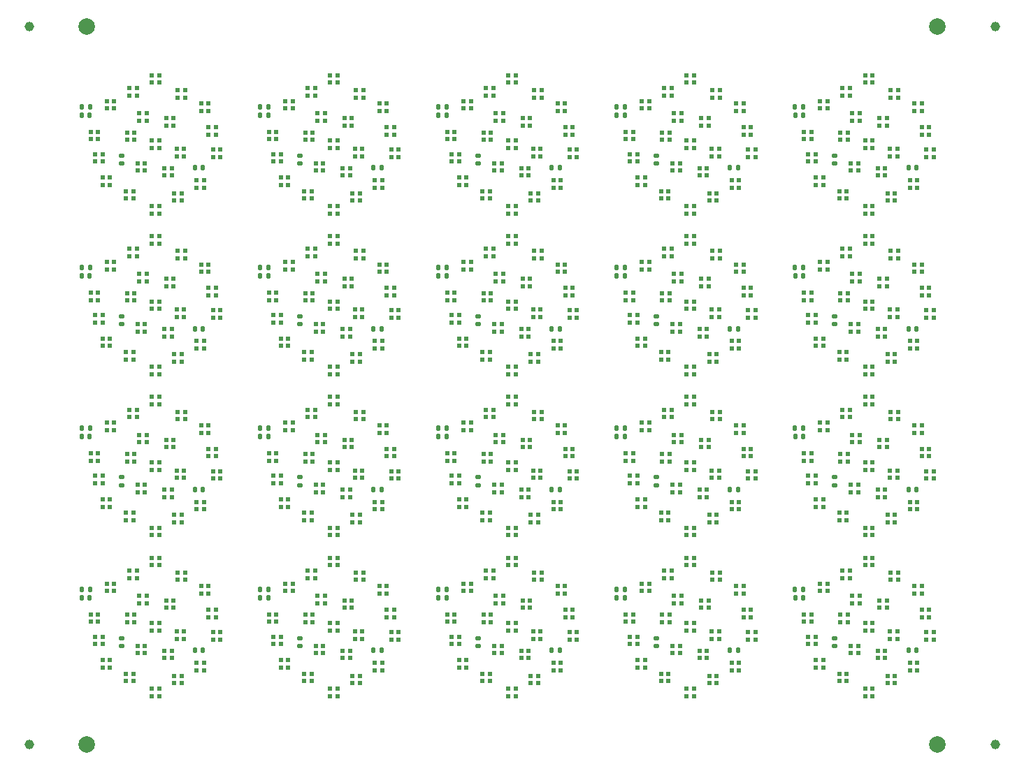
<source format=gbr>
%TF.GenerationSoftware,KiCad,Pcbnew,8.0.4*%
%TF.CreationDate,2024-10-17T13:25:31+11:00*%
%TF.ProjectId,panel,70616e65-6c2e-46b6-9963-61645f706362,rev?*%
%TF.SameCoordinates,Original*%
%TF.FileFunction,Soldermask,Top*%
%TF.FilePolarity,Negative*%
%FSLAX46Y46*%
G04 Gerber Fmt 4.6, Leading zero omitted, Abs format (unit mm)*
G04 Created by KiCad (PCBNEW 8.0.4) date 2024-10-17 13:25:31*
%MOMM*%
%LPD*%
G01*
G04 APERTURE LIST*
G04 Aperture macros list*
%AMRoundRect*
0 Rectangle with rounded corners*
0 $1 Rounding radius*
0 $2 $3 $4 $5 $6 $7 $8 $9 X,Y pos of 4 corners*
0 Add a 4 corners polygon primitive as box body*
4,1,4,$2,$3,$4,$5,$6,$7,$8,$9,$2,$3,0*
0 Add four circle primitives for the rounded corners*
1,1,$1+$1,$2,$3*
1,1,$1+$1,$4,$5*
1,1,$1+$1,$6,$7*
1,1,$1+$1,$8,$9*
0 Add four rect primitives between the rounded corners*
20,1,$1+$1,$2,$3,$4,$5,0*
20,1,$1+$1,$4,$5,$6,$7,0*
20,1,$1+$1,$6,$7,$8,$9,0*
20,1,$1+$1,$8,$9,$2,$3,0*%
G04 Aperture macros list end*
%ADD10RoundRect,0.140000X-0.140000X-0.170000X0.140000X-0.170000X0.140000X0.170000X-0.140000X0.170000X0*%
%ADD11R,0.500000X0.500000*%
%ADD12RoundRect,0.140000X0.170000X-0.140000X0.170000X0.140000X-0.170000X0.140000X-0.170000X-0.140000X0*%
%ADD13RoundRect,0.135000X0.135000X0.185000X-0.135000X0.185000X-0.135000X-0.185000X0.135000X-0.185000X0*%
%ADD14C,2.000000*%
%ADD15C,1.152000*%
G04 APERTURE END LIST*
D10*
%TO.C,C1*%
X95280000Y-52194000D03*
X96240000Y-52194000D03*
%TD*%
%TO.C,C2*%
X87396000Y-39102000D03*
X88356000Y-39102000D03*
%TD*%
D11*
%TO.C,D20*%
X18888928Y-40030127D03*
X19788928Y-40030127D03*
X19788928Y-39130127D03*
X18888928Y-39130127D03*
%TD*%
%TO.C,D4*%
X106875000Y-29665653D03*
X106875000Y-30565653D03*
X107775000Y-30565653D03*
X107775000Y-29665653D03*
%TD*%
%TO.C,D4*%
X85275000Y-68665653D03*
X85275000Y-69565653D03*
X86175000Y-69565653D03*
X86175000Y-68665653D03*
%TD*%
%TO.C,D21*%
X20356527Y-57200000D03*
X21256527Y-57200000D03*
X21256527Y-56300000D03*
X20356527Y-56300000D03*
%TD*%
%TO.C,D16*%
X102211072Y-33369873D03*
X103111072Y-33369873D03*
X103111072Y-32469873D03*
X102211072Y-32469873D03*
%TD*%
%TO.C,D16*%
X59011072Y-72369873D03*
X59911072Y-72369873D03*
X59911072Y-71469873D03*
X59011072Y-71469873D03*
%TD*%
%TO.C,D18*%
X103750000Y-55300000D03*
X103750000Y-56200000D03*
X104650000Y-56200000D03*
X104650000Y-55300000D03*
%TD*%
%TO.C,D5*%
X44918750Y-70307493D03*
X44918750Y-71207493D03*
X45818750Y-71207493D03*
X45818750Y-70307493D03*
%TD*%
%TO.C,D12*%
X77081250Y-41192507D03*
X77081250Y-40292507D03*
X76181250Y-40292507D03*
X76181250Y-41192507D03*
%TD*%
%TO.C,D17*%
X83880536Y-13552405D03*
X83880536Y-14452405D03*
X84780536Y-14452405D03*
X84780536Y-13552405D03*
%TD*%
%TO.C,D2*%
X101031250Y-29431105D03*
X101031250Y-30331105D03*
X101931250Y-30331105D03*
X101931250Y-29431105D03*
%TD*%
%TO.C,D19*%
X102019464Y-58047595D03*
X102019464Y-58947595D03*
X102919464Y-58947595D03*
X102919464Y-58047595D03*
%TD*%
%TO.C,D8*%
X45287500Y-21999224D03*
X45287500Y-21099224D03*
X44387500Y-21099224D03*
X44387500Y-21999224D03*
%TD*%
%TO.C,D6*%
X24225000Y-53669726D03*
X24225000Y-54569726D03*
X25125000Y-54569726D03*
X25125000Y-53669726D03*
%TD*%
D10*
%TO.C,C2*%
X22596000Y-58602000D03*
X23556000Y-58602000D03*
%TD*%
%TO.C,C2*%
X65796000Y-78102000D03*
X66756000Y-78102000D03*
%TD*%
D11*
%TO.C,D10*%
X18250000Y-83638566D03*
X18250000Y-82738566D03*
X17350000Y-82738566D03*
X17350000Y-83638566D03*
%TD*%
%TO.C,D8*%
X110087500Y-60999224D03*
X110087500Y-60099224D03*
X109187500Y-60099224D03*
X109187500Y-60999224D03*
%TD*%
D12*
%TO.C,C3*%
X13678000Y-77566000D03*
X13678000Y-76606000D03*
%TD*%
D11*
%TO.C,D6*%
X67425000Y-73169726D03*
X67425000Y-74069726D03*
X68325000Y-74069726D03*
X68325000Y-73169726D03*
%TD*%
%TO.C,D3*%
X82150000Y-66861434D03*
X82150000Y-67761434D03*
X83050000Y-67761434D03*
X83050000Y-66861434D03*
%TD*%
%TO.C,D3*%
X103750000Y-8361434D03*
X103750000Y-9261434D03*
X104650000Y-9261434D03*
X104650000Y-8361434D03*
%TD*%
%TO.C,D17*%
X19080536Y-52552405D03*
X19080536Y-53452405D03*
X19980536Y-53452405D03*
X19980536Y-52552405D03*
%TD*%
%TO.C,D5*%
X88118750Y-31307493D03*
X88118750Y-32207493D03*
X89018750Y-32207493D03*
X89018750Y-31307493D03*
%TD*%
%TO.C,D3*%
X17350000Y-8361434D03*
X17350000Y-9261434D03*
X18250000Y-9261434D03*
X18250000Y-8361434D03*
%TD*%
%TO.C,D7*%
X24756250Y-75869578D03*
X24756250Y-76769578D03*
X25656250Y-76769578D03*
X25656250Y-75869578D03*
%TD*%
%TO.C,D19*%
X80419464Y-38547595D03*
X80419464Y-39447595D03*
X81319464Y-39447595D03*
X81319464Y-38547595D03*
%TD*%
%TO.C,D18*%
X82150000Y-35800000D03*
X82150000Y-36700000D03*
X83050000Y-36700000D03*
X83050000Y-35800000D03*
%TD*%
%TO.C,D7*%
X24756250Y-56369578D03*
X24756250Y-57269578D03*
X25656250Y-57269578D03*
X25656250Y-56369578D03*
%TD*%
%TO.C,D19*%
X37219464Y-38547595D03*
X37219464Y-39447595D03*
X38119464Y-39447595D03*
X38119464Y-38547595D03*
%TD*%
%TO.C,D8*%
X66887500Y-80499224D03*
X66887500Y-79599224D03*
X65987500Y-79599224D03*
X65987500Y-80499224D03*
%TD*%
D13*
%TO.C,R1*%
X9870000Y-70678000D03*
X8850000Y-70678000D03*
%TD*%
D11*
%TO.C,D10*%
X83050000Y-25138566D03*
X83050000Y-24238566D03*
X82150000Y-24238566D03*
X82150000Y-25138566D03*
%TD*%
%TO.C,D17*%
X19080536Y-13552405D03*
X19080536Y-14452405D03*
X19980536Y-14452405D03*
X19980536Y-13552405D03*
%TD*%
%TO.C,D9*%
X107368750Y-82068895D03*
X107368750Y-81168895D03*
X106468750Y-81168895D03*
X106468750Y-82068895D03*
%TD*%
%TO.C,D17*%
X105480536Y-13552405D03*
X105480536Y-14452405D03*
X106380536Y-14452405D03*
X106380536Y-13552405D03*
%TD*%
%TO.C,D10*%
X83050000Y-64138566D03*
X83050000Y-63238566D03*
X82150000Y-63238566D03*
X82150000Y-64138566D03*
%TD*%
%TO.C,D21*%
X106756527Y-57200000D03*
X107656527Y-57200000D03*
X107656527Y-56300000D03*
X106756527Y-56300000D03*
%TD*%
D13*
%TO.C,R1*%
X31470000Y-70678000D03*
X30450000Y-70678000D03*
%TD*%
D11*
%TO.C,D14*%
X10843750Y-55130422D03*
X10843750Y-54230422D03*
X9943750Y-54230422D03*
X9943750Y-55130422D03*
%TD*%
D10*
%TO.C,C1*%
X30480000Y-32694000D03*
X31440000Y-32694000D03*
%TD*%
D11*
%TO.C,D5*%
X88118750Y-50807493D03*
X88118750Y-51707493D03*
X89018750Y-51707493D03*
X89018750Y-50807493D03*
%TD*%
%TO.C,D4*%
X63675000Y-29665653D03*
X63675000Y-30565653D03*
X64575000Y-30565653D03*
X64575000Y-29665653D03*
%TD*%
%TO.C,D1*%
X33512500Y-31000776D03*
X33512500Y-31900776D03*
X34412500Y-31900776D03*
X34412500Y-31000776D03*
%TD*%
%TO.C,D12*%
X33881250Y-41192507D03*
X33881250Y-40292507D03*
X32981250Y-40292507D03*
X32981250Y-41192507D03*
%TD*%
%TO.C,D8*%
X66887500Y-21999224D03*
X66887500Y-21099224D03*
X65987500Y-21099224D03*
X65987500Y-21999224D03*
%TD*%
%TO.C,D16*%
X15811072Y-33369873D03*
X16711072Y-33369873D03*
X16711072Y-32469873D03*
X15811072Y-32469873D03*
%TD*%
D10*
%TO.C,C2*%
X108996000Y-78102000D03*
X109956000Y-78102000D03*
%TD*%
D11*
%TO.C,D11*%
X79925000Y-81834347D03*
X79925000Y-80934347D03*
X79025000Y-80934347D03*
X79025000Y-81834347D03*
%TD*%
%TO.C,D11*%
X101525000Y-81834347D03*
X101525000Y-80934347D03*
X100625000Y-80934347D03*
X100625000Y-81834347D03*
%TD*%
D10*
%TO.C,C2*%
X44196000Y-58602000D03*
X45156000Y-58602000D03*
%TD*%
D11*
%TO.C,D20*%
X105288928Y-40030127D03*
X106188928Y-40030127D03*
X106188928Y-39130127D03*
X105288928Y-39130127D03*
%TD*%
%TO.C,D5*%
X109718750Y-70307493D03*
X109718750Y-71207493D03*
X110618750Y-71207493D03*
X110618750Y-70307493D03*
%TD*%
D13*
%TO.C,R1*%
X31470000Y-31678000D03*
X30450000Y-31678000D03*
%TD*%
D11*
%TO.C,D9*%
X20968750Y-43068895D03*
X20968750Y-42168895D03*
X20068750Y-42168895D03*
X20068750Y-43068895D03*
%TD*%
%TO.C,D14*%
X32443750Y-16130422D03*
X32443750Y-15230422D03*
X31543750Y-15230422D03*
X31543750Y-16130422D03*
%TD*%
%TO.C,D15*%
X14343473Y-35700000D03*
X15243473Y-35700000D03*
X15243473Y-34800000D03*
X14343473Y-34800000D03*
%TD*%
%TO.C,D20*%
X62088928Y-20530127D03*
X62988928Y-20530127D03*
X62988928Y-19630127D03*
X62088928Y-19630127D03*
%TD*%
%TO.C,D2*%
X14631250Y-9931105D03*
X14631250Y-10831105D03*
X15531250Y-10831105D03*
X15531250Y-9931105D03*
%TD*%
%TO.C,D13*%
X11375000Y-77330274D03*
X11375000Y-76430274D03*
X10475000Y-76430274D03*
X10475000Y-77330274D03*
%TD*%
%TO.C,D2*%
X79431250Y-29431105D03*
X79431250Y-30331105D03*
X80331250Y-30331105D03*
X80331250Y-29431105D03*
%TD*%
%TO.C,D3*%
X82150000Y-47361434D03*
X82150000Y-48261434D03*
X83050000Y-48261434D03*
X83050000Y-47361434D03*
%TD*%
%TO.C,D12*%
X98681250Y-21692507D03*
X98681250Y-20792507D03*
X97781250Y-20792507D03*
X97781250Y-21692507D03*
%TD*%
%TO.C,D6*%
X24225000Y-34169726D03*
X24225000Y-35069726D03*
X25125000Y-35069726D03*
X25125000Y-34169726D03*
%TD*%
%TO.C,D16*%
X102211072Y-13869873D03*
X103111072Y-13869873D03*
X103111072Y-12969873D03*
X102211072Y-12969873D03*
%TD*%
%TO.C,D15*%
X35943473Y-16200000D03*
X36843473Y-16200000D03*
X36843473Y-15300000D03*
X35943473Y-15300000D03*
%TD*%
%TO.C,D5*%
X23318750Y-31307493D03*
X23318750Y-32207493D03*
X24218750Y-32207493D03*
X24218750Y-31307493D03*
%TD*%
%TO.C,D7*%
X111156250Y-56369578D03*
X111156250Y-57269578D03*
X112056250Y-57269578D03*
X112056250Y-56369578D03*
%TD*%
%TO.C,D13*%
X11375000Y-57830274D03*
X11375000Y-56930274D03*
X10475000Y-56930274D03*
X10475000Y-57830274D03*
%TD*%
%TO.C,D11*%
X101525000Y-62334347D03*
X101525000Y-61434347D03*
X100625000Y-61434347D03*
X100625000Y-62334347D03*
%TD*%
%TO.C,D13*%
X11375000Y-38330274D03*
X11375000Y-37430274D03*
X10475000Y-37430274D03*
X10475000Y-38330274D03*
%TD*%
%TO.C,D7*%
X46356250Y-56369578D03*
X46356250Y-57269578D03*
X47256250Y-57269578D03*
X47256250Y-56369578D03*
%TD*%
%TO.C,D4*%
X106875000Y-68665653D03*
X106875000Y-69565653D03*
X107775000Y-69565653D03*
X107775000Y-68665653D03*
%TD*%
%TO.C,D8*%
X88487500Y-41499224D03*
X88487500Y-40599224D03*
X87587500Y-40599224D03*
X87587500Y-41499224D03*
%TD*%
%TO.C,D21*%
X106756527Y-18200000D03*
X107656527Y-18200000D03*
X107656527Y-17300000D03*
X106756527Y-17300000D03*
%TD*%
%TO.C,D18*%
X103750000Y-35800000D03*
X103750000Y-36700000D03*
X104650000Y-36700000D03*
X104650000Y-35800000D03*
%TD*%
%TO.C,D15*%
X57543473Y-74700000D03*
X58443473Y-74700000D03*
X58443473Y-73800000D03*
X57543473Y-73800000D03*
%TD*%
%TO.C,D9*%
X20968750Y-62568895D03*
X20968750Y-61668895D03*
X20068750Y-61668895D03*
X20068750Y-62568895D03*
%TD*%
%TO.C,D7*%
X67956250Y-17369578D03*
X67956250Y-18269578D03*
X68856250Y-18269578D03*
X68856250Y-17369578D03*
%TD*%
D14*
%TO.C,KiKit_FID_T_1*%
X9500000Y-2500000D03*
%TD*%
D11*
%TO.C,D21*%
X63556527Y-57200000D03*
X64456527Y-57200000D03*
X64456527Y-56300000D03*
X63556527Y-56300000D03*
%TD*%
%TO.C,D18*%
X38950000Y-16300000D03*
X38950000Y-17200000D03*
X39850000Y-17200000D03*
X39850000Y-16300000D03*
%TD*%
%TO.C,D21*%
X20356527Y-18200000D03*
X21256527Y-18200000D03*
X21256527Y-17300000D03*
X20356527Y-17300000D03*
%TD*%
%TO.C,D6*%
X67425000Y-34169726D03*
X67425000Y-35069726D03*
X68325000Y-35069726D03*
X68325000Y-34169726D03*
%TD*%
%TO.C,D19*%
X58819464Y-19047595D03*
X58819464Y-19947595D03*
X59719464Y-19947595D03*
X59719464Y-19047595D03*
%TD*%
%TO.C,D3*%
X60550000Y-27861434D03*
X60550000Y-28761434D03*
X61450000Y-28761434D03*
X61450000Y-27861434D03*
%TD*%
%TO.C,D14*%
X97243750Y-55130422D03*
X97243750Y-54230422D03*
X96343750Y-54230422D03*
X96343750Y-55130422D03*
%TD*%
%TO.C,D2*%
X79431250Y-9931105D03*
X79431250Y-10831105D03*
X80331250Y-10831105D03*
X80331250Y-9931105D03*
%TD*%
%TO.C,D1*%
X98312500Y-31000776D03*
X98312500Y-31900776D03*
X99212500Y-31900776D03*
X99212500Y-31000776D03*
%TD*%
%TO.C,D16*%
X15811072Y-52869873D03*
X16711072Y-52869873D03*
X16711072Y-51969873D03*
X15811072Y-51969873D03*
%TD*%
%TO.C,D5*%
X109718750Y-31307493D03*
X109718750Y-32207493D03*
X110618750Y-32207493D03*
X110618750Y-31307493D03*
%TD*%
%TO.C,D16*%
X37411072Y-52869873D03*
X38311072Y-52869873D03*
X38311072Y-51969873D03*
X37411072Y-51969873D03*
%TD*%
%TO.C,D8*%
X110087500Y-41499224D03*
X110087500Y-40599224D03*
X109187500Y-40599224D03*
X109187500Y-41499224D03*
%TD*%
%TO.C,D17*%
X19080536Y-33052405D03*
X19080536Y-33952405D03*
X19980536Y-33952405D03*
X19980536Y-33052405D03*
%TD*%
%TO.C,D1*%
X55112500Y-70000776D03*
X55112500Y-70900776D03*
X56012500Y-70900776D03*
X56012500Y-70000776D03*
%TD*%
%TO.C,D19*%
X102019464Y-19047595D03*
X102019464Y-19947595D03*
X102919464Y-19947595D03*
X102919464Y-19047595D03*
%TD*%
D12*
%TO.C,C3*%
X100078000Y-58066000D03*
X100078000Y-57106000D03*
%TD*%
D11*
%TO.C,D1*%
X76712500Y-50500776D03*
X76712500Y-51400776D03*
X77612500Y-51400776D03*
X77612500Y-50500776D03*
%TD*%
%TO.C,D16*%
X15811072Y-13869873D03*
X16711072Y-13869873D03*
X16711072Y-12969873D03*
X15811072Y-12969873D03*
%TD*%
D10*
%TO.C,C2*%
X108996000Y-19602000D03*
X109956000Y-19602000D03*
%TD*%
D11*
%TO.C,D9*%
X20968750Y-23568895D03*
X20968750Y-22668895D03*
X20068750Y-22668895D03*
X20068750Y-23568895D03*
%TD*%
D10*
%TO.C,C1*%
X95280000Y-13194000D03*
X96240000Y-13194000D03*
%TD*%
D11*
%TO.C,D11*%
X58325000Y-42834347D03*
X58325000Y-41934347D03*
X57425000Y-41934347D03*
X57425000Y-42834347D03*
%TD*%
%TO.C,D21*%
X20356527Y-37700000D03*
X21256527Y-37700000D03*
X21256527Y-36800000D03*
X20356527Y-36800000D03*
%TD*%
%TO.C,D11*%
X36725000Y-23334347D03*
X36725000Y-22434347D03*
X35825000Y-22434347D03*
X35825000Y-23334347D03*
%TD*%
%TO.C,D6*%
X110625000Y-34169726D03*
X110625000Y-35069726D03*
X111525000Y-35069726D03*
X111525000Y-34169726D03*
%TD*%
%TO.C,D6*%
X67425000Y-53669726D03*
X67425000Y-54569726D03*
X68325000Y-54569726D03*
X68325000Y-53669726D03*
%TD*%
%TO.C,D3*%
X103750000Y-27861434D03*
X103750000Y-28761434D03*
X104650000Y-28761434D03*
X104650000Y-27861434D03*
%TD*%
D12*
%TO.C,C3*%
X78478000Y-38566000D03*
X78478000Y-37606000D03*
%TD*%
D11*
%TO.C,D20*%
X62088928Y-79030127D03*
X62988928Y-79030127D03*
X62988928Y-78130127D03*
X62088928Y-78130127D03*
%TD*%
%TO.C,D17*%
X62280536Y-72052405D03*
X62280536Y-72952405D03*
X63180536Y-72952405D03*
X63180536Y-72052405D03*
%TD*%
%TO.C,D17*%
X62280536Y-33052405D03*
X62280536Y-33952405D03*
X63180536Y-33952405D03*
X63180536Y-33052405D03*
%TD*%
%TO.C,D12*%
X12281250Y-41192507D03*
X12281250Y-40292507D03*
X11381250Y-40292507D03*
X11381250Y-41192507D03*
%TD*%
D10*
%TO.C,C2*%
X44196000Y-39102000D03*
X45156000Y-39102000D03*
%TD*%
D11*
%TO.C,D19*%
X37219464Y-58047595D03*
X37219464Y-58947595D03*
X38119464Y-58947595D03*
X38119464Y-58047595D03*
%TD*%
D10*
%TO.C,C2*%
X108996000Y-58602000D03*
X109956000Y-58602000D03*
%TD*%
D11*
%TO.C,D21*%
X85156527Y-18200000D03*
X86056527Y-18200000D03*
X86056527Y-17300000D03*
X85156527Y-17300000D03*
%TD*%
%TO.C,D5*%
X88118750Y-70307493D03*
X88118750Y-71207493D03*
X89018750Y-71207493D03*
X89018750Y-70307493D03*
%TD*%
%TO.C,D20*%
X62088928Y-59530127D03*
X62988928Y-59530127D03*
X62988928Y-58630127D03*
X62088928Y-58630127D03*
%TD*%
%TO.C,D4*%
X85275000Y-10165653D03*
X85275000Y-11065653D03*
X86175000Y-11065653D03*
X86175000Y-10165653D03*
%TD*%
D13*
%TO.C,R1*%
X96270000Y-51178000D03*
X95250000Y-51178000D03*
%TD*%
D11*
%TO.C,D16*%
X80611072Y-13869873D03*
X81511072Y-13869873D03*
X81511072Y-12969873D03*
X80611072Y-12969873D03*
%TD*%
%TO.C,D3*%
X60550000Y-8361434D03*
X60550000Y-9261434D03*
X61450000Y-9261434D03*
X61450000Y-8361434D03*
%TD*%
%TO.C,D5*%
X66518750Y-11807493D03*
X66518750Y-12707493D03*
X67418750Y-12707493D03*
X67418750Y-11807493D03*
%TD*%
%TO.C,D17*%
X83880536Y-52552405D03*
X83880536Y-53452405D03*
X84780536Y-53452405D03*
X84780536Y-52552405D03*
%TD*%
%TO.C,D8*%
X88487500Y-60999224D03*
X88487500Y-60099224D03*
X87587500Y-60099224D03*
X87587500Y-60999224D03*
%TD*%
%TO.C,D15*%
X79143473Y-55200000D03*
X80043473Y-55200000D03*
X80043473Y-54300000D03*
X79143473Y-54300000D03*
%TD*%
%TO.C,D10*%
X39850000Y-25138566D03*
X39850000Y-24238566D03*
X38950000Y-24238566D03*
X38950000Y-25138566D03*
%TD*%
%TO.C,D5*%
X23318750Y-50807493D03*
X23318750Y-51707493D03*
X24218750Y-51707493D03*
X24218750Y-50807493D03*
%TD*%
D12*
%TO.C,C3*%
X100078000Y-38566000D03*
X100078000Y-37606000D03*
%TD*%
D11*
%TO.C,D8*%
X88487500Y-21999224D03*
X88487500Y-21099224D03*
X87587500Y-21099224D03*
X87587500Y-21999224D03*
%TD*%
%TO.C,D8*%
X88487500Y-80499224D03*
X88487500Y-79599224D03*
X87587500Y-79599224D03*
X87587500Y-80499224D03*
%TD*%
%TO.C,D15*%
X14343473Y-16200000D03*
X15243473Y-16200000D03*
X15243473Y-15300000D03*
X14343473Y-15300000D03*
%TD*%
D10*
%TO.C,C1*%
X52080000Y-71694000D03*
X53040000Y-71694000D03*
%TD*%
D11*
%TO.C,D20*%
X83688928Y-20530127D03*
X84588928Y-20530127D03*
X84588928Y-19630127D03*
X83688928Y-19630127D03*
%TD*%
D12*
%TO.C,C3*%
X35278000Y-19066000D03*
X35278000Y-18106000D03*
%TD*%
D11*
%TO.C,D21*%
X63556527Y-37700000D03*
X64456527Y-37700000D03*
X64456527Y-36800000D03*
X63556527Y-36800000D03*
%TD*%
D10*
%TO.C,C2*%
X87396000Y-58602000D03*
X88356000Y-58602000D03*
%TD*%
D11*
%TO.C,D15*%
X100743473Y-16200000D03*
X101643473Y-16200000D03*
X101643473Y-15300000D03*
X100743473Y-15300000D03*
%TD*%
D15*
%TO.C,KiKit_TO_4*%
X119500000Y-89500000D03*
%TD*%
D11*
%TO.C,D7*%
X111156250Y-36869578D03*
X111156250Y-37769578D03*
X112056250Y-37769578D03*
X112056250Y-36869578D03*
%TD*%
%TO.C,D1*%
X33512500Y-70000776D03*
X33512500Y-70900776D03*
X34412500Y-70900776D03*
X34412500Y-70000776D03*
%TD*%
%TO.C,D18*%
X17350000Y-74800000D03*
X17350000Y-75700000D03*
X18250000Y-75700000D03*
X18250000Y-74800000D03*
%TD*%
%TO.C,D9*%
X64168750Y-62568895D03*
X64168750Y-61668895D03*
X63268750Y-61668895D03*
X63268750Y-62568895D03*
%TD*%
%TO.C,D9*%
X107368750Y-23568895D03*
X107368750Y-22668895D03*
X106468750Y-22668895D03*
X106468750Y-23568895D03*
%TD*%
%TO.C,D6*%
X45825000Y-34169726D03*
X45825000Y-35069726D03*
X46725000Y-35069726D03*
X46725000Y-34169726D03*
%TD*%
%TO.C,D9*%
X85768750Y-23568895D03*
X85768750Y-22668895D03*
X84868750Y-22668895D03*
X84868750Y-23568895D03*
%TD*%
%TO.C,D12*%
X77081250Y-60692507D03*
X77081250Y-59792507D03*
X76181250Y-59792507D03*
X76181250Y-60692507D03*
%TD*%
%TO.C,D19*%
X37219464Y-19047595D03*
X37219464Y-19947595D03*
X38119464Y-19947595D03*
X38119464Y-19047595D03*
%TD*%
%TO.C,D20*%
X40488928Y-20530127D03*
X41388928Y-20530127D03*
X41388928Y-19630127D03*
X40488928Y-19630127D03*
%TD*%
D13*
%TO.C,R1*%
X53070000Y-31678000D03*
X52050000Y-31678000D03*
%TD*%
D11*
%TO.C,D15*%
X35943473Y-55200000D03*
X36843473Y-55200000D03*
X36843473Y-54300000D03*
X35943473Y-54300000D03*
%TD*%
%TO.C,D1*%
X98312500Y-11500776D03*
X98312500Y-12400776D03*
X99212500Y-12400776D03*
X99212500Y-11500776D03*
%TD*%
%TO.C,D6*%
X89025000Y-53669726D03*
X89025000Y-54569726D03*
X89925000Y-54569726D03*
X89925000Y-53669726D03*
%TD*%
%TO.C,D14*%
X54043750Y-16130422D03*
X54043750Y-15230422D03*
X53143750Y-15230422D03*
X53143750Y-16130422D03*
%TD*%
%TO.C,D9*%
X107368750Y-43068895D03*
X107368750Y-42168895D03*
X106468750Y-42168895D03*
X106468750Y-43068895D03*
%TD*%
%TO.C,D10*%
X83050000Y-44638566D03*
X83050000Y-43738566D03*
X82150000Y-43738566D03*
X82150000Y-44638566D03*
%TD*%
%TO.C,D21*%
X63556527Y-76700000D03*
X64456527Y-76700000D03*
X64456527Y-75800000D03*
X63556527Y-75800000D03*
%TD*%
%TO.C,D1*%
X76712500Y-31000776D03*
X76712500Y-31900776D03*
X77612500Y-31900776D03*
X77612500Y-31000776D03*
%TD*%
%TO.C,D5*%
X66518750Y-50807493D03*
X66518750Y-51707493D03*
X67418750Y-51707493D03*
X67418750Y-50807493D03*
%TD*%
%TO.C,D5*%
X66518750Y-31307493D03*
X66518750Y-32207493D03*
X67418750Y-32207493D03*
X67418750Y-31307493D03*
%TD*%
%TO.C,D8*%
X23687500Y-80499224D03*
X23687500Y-79599224D03*
X22787500Y-79599224D03*
X22787500Y-80499224D03*
%TD*%
%TO.C,D1*%
X11912500Y-50500776D03*
X11912500Y-51400776D03*
X12812500Y-51400776D03*
X12812500Y-50500776D03*
%TD*%
D10*
%TO.C,C1*%
X8880000Y-32694000D03*
X9840000Y-32694000D03*
%TD*%
D11*
%TO.C,D18*%
X38950000Y-35800000D03*
X38950000Y-36700000D03*
X39850000Y-36700000D03*
X39850000Y-35800000D03*
%TD*%
%TO.C,D17*%
X105480536Y-52552405D03*
X105480536Y-53452405D03*
X106380536Y-53452405D03*
X106380536Y-52552405D03*
%TD*%
%TO.C,D14*%
X97243750Y-35630422D03*
X97243750Y-34730422D03*
X96343750Y-34730422D03*
X96343750Y-35630422D03*
%TD*%
%TO.C,D10*%
X39850000Y-44638566D03*
X39850000Y-43738566D03*
X38950000Y-43738566D03*
X38950000Y-44638566D03*
%TD*%
%TO.C,D6*%
X67425000Y-14669726D03*
X67425000Y-15569726D03*
X68325000Y-15569726D03*
X68325000Y-14669726D03*
%TD*%
%TO.C,D10*%
X104650000Y-64138566D03*
X104650000Y-63238566D03*
X103750000Y-63238566D03*
X103750000Y-64138566D03*
%TD*%
D10*
%TO.C,C1*%
X73680000Y-52194000D03*
X74640000Y-52194000D03*
%TD*%
D11*
%TO.C,D14*%
X32443750Y-74630422D03*
X32443750Y-73730422D03*
X31543750Y-73730422D03*
X31543750Y-74630422D03*
%TD*%
%TO.C,D16*%
X80611072Y-52869873D03*
X81511072Y-52869873D03*
X81511072Y-51969873D03*
X80611072Y-51969873D03*
%TD*%
%TO.C,D21*%
X41956527Y-76700000D03*
X42856527Y-76700000D03*
X42856527Y-75800000D03*
X41956527Y-75800000D03*
%TD*%
%TO.C,D19*%
X80419464Y-58047595D03*
X80419464Y-58947595D03*
X81319464Y-58947595D03*
X81319464Y-58047595D03*
%TD*%
%TO.C,D18*%
X82150000Y-55300000D03*
X82150000Y-56200000D03*
X83050000Y-56200000D03*
X83050000Y-55300000D03*
%TD*%
D14*
%TO.C,KiKit_FID_T_4*%
X112500000Y-89500000D03*
%TD*%
D11*
%TO.C,D17*%
X83880536Y-72052405D03*
X83880536Y-72952405D03*
X84780536Y-72952405D03*
X84780536Y-72052405D03*
%TD*%
D13*
%TO.C,R1*%
X96270000Y-31678000D03*
X95250000Y-31678000D03*
%TD*%
D11*
%TO.C,D19*%
X15619464Y-38547595D03*
X15619464Y-39447595D03*
X16519464Y-39447595D03*
X16519464Y-38547595D03*
%TD*%
%TO.C,D14*%
X32443750Y-55130422D03*
X32443750Y-54230422D03*
X31543750Y-54230422D03*
X31543750Y-55130422D03*
%TD*%
%TO.C,D8*%
X23687500Y-60999224D03*
X23687500Y-60099224D03*
X22787500Y-60099224D03*
X22787500Y-60999224D03*
%TD*%
%TO.C,D3*%
X38950000Y-27861434D03*
X38950000Y-28761434D03*
X39850000Y-28761434D03*
X39850000Y-27861434D03*
%TD*%
D10*
%TO.C,C1*%
X52080000Y-13194000D03*
X53040000Y-13194000D03*
%TD*%
D11*
%TO.C,D9*%
X85768750Y-43068895D03*
X85768750Y-42168895D03*
X84868750Y-42168895D03*
X84868750Y-43068895D03*
%TD*%
%TO.C,D13*%
X32975000Y-57830274D03*
X32975000Y-56930274D03*
X32075000Y-56930274D03*
X32075000Y-57830274D03*
%TD*%
D10*
%TO.C,C1*%
X8880000Y-52194000D03*
X9840000Y-52194000D03*
%TD*%
D11*
%TO.C,D17*%
X83880536Y-33052405D03*
X83880536Y-33952405D03*
X84780536Y-33952405D03*
X84780536Y-33052405D03*
%TD*%
%TO.C,D2*%
X14631250Y-48931105D03*
X14631250Y-49831105D03*
X15531250Y-49831105D03*
X15531250Y-48931105D03*
%TD*%
%TO.C,D18*%
X38950000Y-55300000D03*
X38950000Y-56200000D03*
X39850000Y-56200000D03*
X39850000Y-55300000D03*
%TD*%
%TO.C,D12*%
X33881250Y-21692507D03*
X33881250Y-20792507D03*
X32981250Y-20792507D03*
X32981250Y-21692507D03*
%TD*%
D12*
%TO.C,C3*%
X56878000Y-19066000D03*
X56878000Y-18106000D03*
%TD*%
D11*
%TO.C,D19*%
X80419464Y-19047595D03*
X80419464Y-19947595D03*
X81319464Y-19947595D03*
X81319464Y-19047595D03*
%TD*%
%TO.C,D13*%
X11375000Y-18830274D03*
X11375000Y-17930274D03*
X10475000Y-17930274D03*
X10475000Y-18830274D03*
%TD*%
%TO.C,D12*%
X98681250Y-80192507D03*
X98681250Y-79292507D03*
X97781250Y-79292507D03*
X97781250Y-80192507D03*
%TD*%
%TO.C,D14*%
X97243750Y-16130422D03*
X97243750Y-15230422D03*
X96343750Y-15230422D03*
X96343750Y-16130422D03*
%TD*%
%TO.C,D17*%
X62280536Y-52552405D03*
X62280536Y-53452405D03*
X63180536Y-53452405D03*
X63180536Y-52552405D03*
%TD*%
D10*
%TO.C,C2*%
X108996000Y-39102000D03*
X109956000Y-39102000D03*
%TD*%
D11*
%TO.C,D7*%
X46356250Y-36869578D03*
X46356250Y-37769578D03*
X47256250Y-37769578D03*
X47256250Y-36869578D03*
%TD*%
%TO.C,D12*%
X33881250Y-60692507D03*
X33881250Y-59792507D03*
X32981250Y-59792507D03*
X32981250Y-60692507D03*
%TD*%
%TO.C,D3*%
X60550000Y-66861434D03*
X60550000Y-67761434D03*
X61450000Y-67761434D03*
X61450000Y-66861434D03*
%TD*%
%TO.C,D10*%
X39850000Y-64138566D03*
X39850000Y-63238566D03*
X38950000Y-63238566D03*
X38950000Y-64138566D03*
%TD*%
%TO.C,D21*%
X85156527Y-37700000D03*
X86056527Y-37700000D03*
X86056527Y-36800000D03*
X85156527Y-36800000D03*
%TD*%
%TO.C,D13*%
X97775000Y-57830274D03*
X97775000Y-56930274D03*
X96875000Y-56930274D03*
X96875000Y-57830274D03*
%TD*%
%TO.C,D4*%
X106875000Y-49165653D03*
X106875000Y-50065653D03*
X107775000Y-50065653D03*
X107775000Y-49165653D03*
%TD*%
D15*
%TO.C,KiKit_TO_1*%
X2500000Y-2500000D03*
%TD*%
D11*
%TO.C,D18*%
X17350000Y-35800000D03*
X17350000Y-36700000D03*
X18250000Y-36700000D03*
X18250000Y-35800000D03*
%TD*%
%TO.C,D20*%
X40488928Y-79030127D03*
X41388928Y-79030127D03*
X41388928Y-78130127D03*
X40488928Y-78130127D03*
%TD*%
D12*
%TO.C,C3*%
X13678000Y-38566000D03*
X13678000Y-37606000D03*
%TD*%
D11*
%TO.C,D2*%
X79431250Y-68431105D03*
X79431250Y-69331105D03*
X80331250Y-69331105D03*
X80331250Y-68431105D03*
%TD*%
%TO.C,D4*%
X20475000Y-68665653D03*
X20475000Y-69565653D03*
X21375000Y-69565653D03*
X21375000Y-68665653D03*
%TD*%
D14*
%TO.C,KiKit_FID_T_2*%
X112500000Y-2500000D03*
%TD*%
D11*
%TO.C,D19*%
X58819464Y-38547595D03*
X58819464Y-39447595D03*
X59719464Y-39447595D03*
X59719464Y-38547595D03*
%TD*%
D13*
%TO.C,R1*%
X9870000Y-12178000D03*
X8850000Y-12178000D03*
%TD*%
D11*
%TO.C,D8*%
X66887500Y-41499224D03*
X66887500Y-40599224D03*
X65987500Y-40599224D03*
X65987500Y-41499224D03*
%TD*%
%TO.C,D1*%
X98312500Y-70000776D03*
X98312500Y-70900776D03*
X99212500Y-70900776D03*
X99212500Y-70000776D03*
%TD*%
D10*
%TO.C,C1*%
X8880000Y-71694000D03*
X9840000Y-71694000D03*
%TD*%
D12*
%TO.C,C3*%
X78478000Y-19066000D03*
X78478000Y-18106000D03*
%TD*%
D11*
%TO.C,D7*%
X89556250Y-75869578D03*
X89556250Y-76769578D03*
X90456250Y-76769578D03*
X90456250Y-75869578D03*
%TD*%
%TO.C,D14*%
X54043750Y-35630422D03*
X54043750Y-34730422D03*
X53143750Y-34730422D03*
X53143750Y-35630422D03*
%TD*%
%TO.C,D1*%
X11912500Y-31000776D03*
X11912500Y-31900776D03*
X12812500Y-31900776D03*
X12812500Y-31000776D03*
%TD*%
%TO.C,D8*%
X45287500Y-80499224D03*
X45287500Y-79599224D03*
X44387500Y-79599224D03*
X44387500Y-80499224D03*
%TD*%
%TO.C,D15*%
X57543473Y-55200000D03*
X58443473Y-55200000D03*
X58443473Y-54300000D03*
X57543473Y-54300000D03*
%TD*%
%TO.C,D10*%
X61450000Y-25138566D03*
X61450000Y-24238566D03*
X60550000Y-24238566D03*
X60550000Y-25138566D03*
%TD*%
%TO.C,D6*%
X110625000Y-53669726D03*
X110625000Y-54569726D03*
X111525000Y-54569726D03*
X111525000Y-53669726D03*
%TD*%
%TO.C,D13*%
X54575000Y-77330274D03*
X54575000Y-76430274D03*
X53675000Y-76430274D03*
X53675000Y-77330274D03*
%TD*%
%TO.C,D4*%
X85275000Y-49165653D03*
X85275000Y-50065653D03*
X86175000Y-50065653D03*
X86175000Y-49165653D03*
%TD*%
D10*
%TO.C,C1*%
X73680000Y-71694000D03*
X74640000Y-71694000D03*
%TD*%
D11*
%TO.C,D11*%
X15125000Y-81834347D03*
X15125000Y-80934347D03*
X14225000Y-80934347D03*
X14225000Y-81834347D03*
%TD*%
%TO.C,D18*%
X60550000Y-16300000D03*
X60550000Y-17200000D03*
X61450000Y-17200000D03*
X61450000Y-16300000D03*
%TD*%
%TO.C,D18*%
X38950000Y-74800000D03*
X38950000Y-75700000D03*
X39850000Y-75700000D03*
X39850000Y-74800000D03*
%TD*%
%TO.C,D21*%
X41956527Y-57200000D03*
X42856527Y-57200000D03*
X42856527Y-56300000D03*
X41956527Y-56300000D03*
%TD*%
%TO.C,D16*%
X80611072Y-33369873D03*
X81511072Y-33369873D03*
X81511072Y-32469873D03*
X80611072Y-32469873D03*
%TD*%
%TO.C,D11*%
X36725000Y-62334347D03*
X36725000Y-61434347D03*
X35825000Y-61434347D03*
X35825000Y-62334347D03*
%TD*%
%TO.C,D10*%
X104650000Y-25138566D03*
X104650000Y-24238566D03*
X103750000Y-24238566D03*
X103750000Y-25138566D03*
%TD*%
%TO.C,D1*%
X33512500Y-11500776D03*
X33512500Y-12400776D03*
X34412500Y-12400776D03*
X34412500Y-11500776D03*
%TD*%
D13*
%TO.C,R1*%
X74670000Y-31678000D03*
X73650000Y-31678000D03*
%TD*%
D12*
%TO.C,C3*%
X13678000Y-19066000D03*
X13678000Y-18106000D03*
%TD*%
D11*
%TO.C,D18*%
X17350000Y-16300000D03*
X17350000Y-17200000D03*
X18250000Y-17200000D03*
X18250000Y-16300000D03*
%TD*%
%TO.C,D9*%
X64168750Y-43068895D03*
X64168750Y-42168895D03*
X63268750Y-42168895D03*
X63268750Y-43068895D03*
%TD*%
%TO.C,D13*%
X54575000Y-57830274D03*
X54575000Y-56930274D03*
X53675000Y-56930274D03*
X53675000Y-57830274D03*
%TD*%
%TO.C,D17*%
X40680536Y-13552405D03*
X40680536Y-14452405D03*
X41580536Y-14452405D03*
X41580536Y-13552405D03*
%TD*%
%TO.C,D13*%
X97775000Y-77330274D03*
X97775000Y-76430274D03*
X96875000Y-76430274D03*
X96875000Y-77330274D03*
%TD*%
%TO.C,D2*%
X57831250Y-48931105D03*
X57831250Y-49831105D03*
X58731250Y-49831105D03*
X58731250Y-48931105D03*
%TD*%
%TO.C,D11*%
X58325000Y-23334347D03*
X58325000Y-22434347D03*
X57425000Y-22434347D03*
X57425000Y-23334347D03*
%TD*%
%TO.C,D11*%
X15125000Y-42834347D03*
X15125000Y-41934347D03*
X14225000Y-41934347D03*
X14225000Y-42834347D03*
%TD*%
%TO.C,D11*%
X79925000Y-23334347D03*
X79925000Y-22434347D03*
X79025000Y-22434347D03*
X79025000Y-23334347D03*
%TD*%
%TO.C,D13*%
X32975000Y-38330274D03*
X32975000Y-37430274D03*
X32075000Y-37430274D03*
X32075000Y-38330274D03*
%TD*%
%TO.C,D10*%
X61450000Y-64138566D03*
X61450000Y-63238566D03*
X60550000Y-63238566D03*
X60550000Y-64138566D03*
%TD*%
%TO.C,D10*%
X18250000Y-44638566D03*
X18250000Y-43738566D03*
X17350000Y-43738566D03*
X17350000Y-44638566D03*
%TD*%
%TO.C,D20*%
X18888928Y-20530127D03*
X19788928Y-20530127D03*
X19788928Y-19630127D03*
X18888928Y-19630127D03*
%TD*%
%TO.C,D7*%
X24756250Y-36869578D03*
X24756250Y-37769578D03*
X25656250Y-37769578D03*
X25656250Y-36869578D03*
%TD*%
%TO.C,D16*%
X80611072Y-72369873D03*
X81511072Y-72369873D03*
X81511072Y-71469873D03*
X80611072Y-71469873D03*
%TD*%
%TO.C,D14*%
X54043750Y-74630422D03*
X54043750Y-73730422D03*
X53143750Y-73730422D03*
X53143750Y-74630422D03*
%TD*%
%TO.C,D12*%
X12281250Y-60692507D03*
X12281250Y-59792507D03*
X11381250Y-59792507D03*
X11381250Y-60692507D03*
%TD*%
%TO.C,D5*%
X44918750Y-11807493D03*
X44918750Y-12707493D03*
X45818750Y-12707493D03*
X45818750Y-11807493D03*
%TD*%
%TO.C,D10*%
X61450000Y-44638566D03*
X61450000Y-43738566D03*
X60550000Y-43738566D03*
X60550000Y-44638566D03*
%TD*%
D15*
%TO.C,KiKit_TO_3*%
X2500000Y-89500000D03*
%TD*%
D11*
%TO.C,D7*%
X67956250Y-75869578D03*
X67956250Y-76769578D03*
X68856250Y-76769578D03*
X68856250Y-75869578D03*
%TD*%
%TO.C,D8*%
X23687500Y-41499224D03*
X23687500Y-40599224D03*
X22787500Y-40599224D03*
X22787500Y-41499224D03*
%TD*%
D10*
%TO.C,C1*%
X95280000Y-32694000D03*
X96240000Y-32694000D03*
%TD*%
D11*
%TO.C,D2*%
X101031250Y-48931105D03*
X101031250Y-49831105D03*
X101931250Y-49831105D03*
X101931250Y-48931105D03*
%TD*%
%TO.C,D19*%
X58819464Y-58047595D03*
X58819464Y-58947595D03*
X59719464Y-58947595D03*
X59719464Y-58047595D03*
%TD*%
%TO.C,D20*%
X105288928Y-59530127D03*
X106188928Y-59530127D03*
X106188928Y-58630127D03*
X105288928Y-58630127D03*
%TD*%
D10*
%TO.C,C2*%
X87396000Y-78102000D03*
X88356000Y-78102000D03*
%TD*%
D13*
%TO.C,R1*%
X53070000Y-12178000D03*
X52050000Y-12178000D03*
%TD*%
D11*
%TO.C,D19*%
X58819464Y-77547595D03*
X58819464Y-78447595D03*
X59719464Y-78447595D03*
X59719464Y-77547595D03*
%TD*%
%TO.C,D3*%
X103750000Y-47361434D03*
X103750000Y-48261434D03*
X104650000Y-48261434D03*
X104650000Y-47361434D03*
%TD*%
%TO.C,D19*%
X15619464Y-77547595D03*
X15619464Y-78447595D03*
X16519464Y-78447595D03*
X16519464Y-77547595D03*
%TD*%
D12*
%TO.C,C3*%
X13678000Y-58066000D03*
X13678000Y-57106000D03*
%TD*%
D11*
%TO.C,D12*%
X33881250Y-80192507D03*
X33881250Y-79292507D03*
X32981250Y-79292507D03*
X32981250Y-80192507D03*
%TD*%
%TO.C,D2*%
X14631250Y-29431105D03*
X14631250Y-30331105D03*
X15531250Y-30331105D03*
X15531250Y-29431105D03*
%TD*%
D10*
%TO.C,C2*%
X87396000Y-19602000D03*
X88356000Y-19602000D03*
%TD*%
D11*
%TO.C,D18*%
X17350000Y-55300000D03*
X17350000Y-56200000D03*
X18250000Y-56200000D03*
X18250000Y-55300000D03*
%TD*%
%TO.C,D19*%
X102019464Y-38547595D03*
X102019464Y-39447595D03*
X102919464Y-39447595D03*
X102919464Y-38547595D03*
%TD*%
%TO.C,D15*%
X100743473Y-55200000D03*
X101643473Y-55200000D03*
X101643473Y-54300000D03*
X100743473Y-54300000D03*
%TD*%
%TO.C,D9*%
X85768750Y-62568895D03*
X85768750Y-61668895D03*
X84868750Y-61668895D03*
X84868750Y-62568895D03*
%TD*%
%TO.C,D9*%
X42568750Y-82068895D03*
X42568750Y-81168895D03*
X41668750Y-81168895D03*
X41668750Y-82068895D03*
%TD*%
%TO.C,D8*%
X66887500Y-60999224D03*
X66887500Y-60099224D03*
X65987500Y-60099224D03*
X65987500Y-60999224D03*
%TD*%
%TO.C,D16*%
X15811072Y-72369873D03*
X16711072Y-72369873D03*
X16711072Y-71469873D03*
X15811072Y-71469873D03*
%TD*%
D12*
%TO.C,C3*%
X35278000Y-58066000D03*
X35278000Y-57106000D03*
%TD*%
D11*
%TO.C,D18*%
X60550000Y-74800000D03*
X60550000Y-75700000D03*
X61450000Y-75700000D03*
X61450000Y-74800000D03*
%TD*%
%TO.C,D11*%
X58325000Y-62334347D03*
X58325000Y-61434347D03*
X57425000Y-61434347D03*
X57425000Y-62334347D03*
%TD*%
%TO.C,D12*%
X12281250Y-21692507D03*
X12281250Y-20792507D03*
X11381250Y-20792507D03*
X11381250Y-21692507D03*
%TD*%
%TO.C,D3*%
X82150000Y-27861434D03*
X82150000Y-28761434D03*
X83050000Y-28761434D03*
X83050000Y-27861434D03*
%TD*%
D10*
%TO.C,C1*%
X52080000Y-32694000D03*
X53040000Y-32694000D03*
%TD*%
D12*
%TO.C,C3*%
X56878000Y-58066000D03*
X56878000Y-57106000D03*
%TD*%
D11*
%TO.C,D11*%
X79925000Y-62334347D03*
X79925000Y-61434347D03*
X79025000Y-61434347D03*
X79025000Y-62334347D03*
%TD*%
D13*
%TO.C,R1*%
X53070000Y-51178000D03*
X52050000Y-51178000D03*
%TD*%
D11*
%TO.C,D4*%
X20475000Y-10165653D03*
X20475000Y-11065653D03*
X21375000Y-11065653D03*
X21375000Y-10165653D03*
%TD*%
D13*
%TO.C,R1*%
X31470000Y-51178000D03*
X30450000Y-51178000D03*
%TD*%
D11*
%TO.C,D14*%
X10843750Y-35630422D03*
X10843750Y-34730422D03*
X9943750Y-34730422D03*
X9943750Y-35630422D03*
%TD*%
D12*
%TO.C,C3*%
X100078000Y-19066000D03*
X100078000Y-18106000D03*
%TD*%
D11*
%TO.C,D20*%
X83688928Y-79030127D03*
X84588928Y-79030127D03*
X84588928Y-78130127D03*
X83688928Y-78130127D03*
%TD*%
D13*
%TO.C,R1*%
X96270000Y-70678000D03*
X95250000Y-70678000D03*
%TD*%
D11*
%TO.C,D17*%
X62280536Y-13552405D03*
X62280536Y-14452405D03*
X63180536Y-14452405D03*
X63180536Y-13552405D03*
%TD*%
%TO.C,D14*%
X32443750Y-35630422D03*
X32443750Y-34730422D03*
X31543750Y-34730422D03*
X31543750Y-35630422D03*
%TD*%
%TO.C,D20*%
X18888928Y-59530127D03*
X19788928Y-59530127D03*
X19788928Y-58630127D03*
X18888928Y-58630127D03*
%TD*%
%TO.C,D10*%
X18250000Y-64138566D03*
X18250000Y-63238566D03*
X17350000Y-63238566D03*
X17350000Y-64138566D03*
%TD*%
%TO.C,D6*%
X89025000Y-34169726D03*
X89025000Y-35069726D03*
X89925000Y-35069726D03*
X89925000Y-34169726D03*
%TD*%
%TO.C,D4*%
X20475000Y-49165653D03*
X20475000Y-50065653D03*
X21375000Y-50065653D03*
X21375000Y-49165653D03*
%TD*%
D10*
%TO.C,C1*%
X30480000Y-13194000D03*
X31440000Y-13194000D03*
%TD*%
D13*
%TO.C,R1*%
X31470000Y-12178000D03*
X30450000Y-12178000D03*
%TD*%
%TO.C,R1*%
X74670000Y-12178000D03*
X73650000Y-12178000D03*
%TD*%
D11*
%TO.C,D7*%
X111156250Y-17369578D03*
X111156250Y-18269578D03*
X112056250Y-18269578D03*
X112056250Y-17369578D03*
%TD*%
%TO.C,D17*%
X40680536Y-52552405D03*
X40680536Y-53452405D03*
X41580536Y-53452405D03*
X41580536Y-52552405D03*
%TD*%
%TO.C,D12*%
X12281250Y-80192507D03*
X12281250Y-79292507D03*
X11381250Y-79292507D03*
X11381250Y-80192507D03*
%TD*%
%TO.C,D7*%
X89556250Y-56369578D03*
X89556250Y-57269578D03*
X90456250Y-57269578D03*
X90456250Y-56369578D03*
%TD*%
%TO.C,D13*%
X54575000Y-18830274D03*
X54575000Y-17930274D03*
X53675000Y-17930274D03*
X53675000Y-18830274D03*
%TD*%
%TO.C,D16*%
X37411072Y-13869873D03*
X38311072Y-13869873D03*
X38311072Y-12969873D03*
X37411072Y-12969873D03*
%TD*%
%TO.C,D6*%
X89025000Y-73169726D03*
X89025000Y-74069726D03*
X89925000Y-74069726D03*
X89925000Y-73169726D03*
%TD*%
%TO.C,D15*%
X79143473Y-74700000D03*
X80043473Y-74700000D03*
X80043473Y-73800000D03*
X79143473Y-73800000D03*
%TD*%
%TO.C,D13*%
X32975000Y-18830274D03*
X32975000Y-17930274D03*
X32075000Y-17930274D03*
X32075000Y-18830274D03*
%TD*%
%TO.C,D2*%
X101031250Y-9931105D03*
X101031250Y-10831105D03*
X101931250Y-10831105D03*
X101931250Y-9931105D03*
%TD*%
%TO.C,D2*%
X36231250Y-9931105D03*
X36231250Y-10831105D03*
X37131250Y-10831105D03*
X37131250Y-9931105D03*
%TD*%
D10*
%TO.C,C2*%
X65796000Y-39102000D03*
X66756000Y-39102000D03*
%TD*%
D11*
%TO.C,D13*%
X76175000Y-57830274D03*
X76175000Y-56930274D03*
X75275000Y-56930274D03*
X75275000Y-57830274D03*
%TD*%
%TO.C,D7*%
X67956250Y-36869578D03*
X67956250Y-37769578D03*
X68856250Y-37769578D03*
X68856250Y-36869578D03*
%TD*%
%TO.C,D9*%
X64168750Y-82068895D03*
X64168750Y-81168895D03*
X63268750Y-81168895D03*
X63268750Y-82068895D03*
%TD*%
D12*
%TO.C,C3*%
X56878000Y-77566000D03*
X56878000Y-76606000D03*
%TD*%
D11*
%TO.C,D11*%
X36725000Y-81834347D03*
X36725000Y-80934347D03*
X35825000Y-80934347D03*
X35825000Y-81834347D03*
%TD*%
%TO.C,D4*%
X63675000Y-68665653D03*
X63675000Y-69565653D03*
X64575000Y-69565653D03*
X64575000Y-68665653D03*
%TD*%
%TO.C,D5*%
X88118750Y-11807493D03*
X88118750Y-12707493D03*
X89018750Y-12707493D03*
X89018750Y-11807493D03*
%TD*%
%TO.C,D15*%
X35943473Y-74700000D03*
X36843473Y-74700000D03*
X36843473Y-73800000D03*
X35943473Y-73800000D03*
%TD*%
%TO.C,D18*%
X60550000Y-55300000D03*
X60550000Y-56200000D03*
X61450000Y-56200000D03*
X61450000Y-55300000D03*
%TD*%
D13*
%TO.C,R1*%
X96270000Y-12178000D03*
X95250000Y-12178000D03*
%TD*%
D11*
%TO.C,D11*%
X15125000Y-62334347D03*
X15125000Y-61434347D03*
X14225000Y-61434347D03*
X14225000Y-62334347D03*
%TD*%
%TO.C,D9*%
X42568750Y-23568895D03*
X42568750Y-22668895D03*
X41668750Y-22668895D03*
X41668750Y-23568895D03*
%TD*%
%TO.C,D12*%
X77081250Y-80192507D03*
X77081250Y-79292507D03*
X76181250Y-79292507D03*
X76181250Y-80192507D03*
%TD*%
%TO.C,D12*%
X55481250Y-80192507D03*
X55481250Y-79292507D03*
X54581250Y-79292507D03*
X54581250Y-80192507D03*
%TD*%
%TO.C,D16*%
X102211072Y-52869873D03*
X103111072Y-52869873D03*
X103111072Y-51969873D03*
X102211072Y-51969873D03*
%TD*%
%TO.C,D21*%
X85156527Y-57200000D03*
X86056527Y-57200000D03*
X86056527Y-56300000D03*
X85156527Y-56300000D03*
%TD*%
%TO.C,D16*%
X37411072Y-33369873D03*
X38311072Y-33369873D03*
X38311072Y-32469873D03*
X37411072Y-32469873D03*
%TD*%
%TO.C,D1*%
X55112500Y-11500776D03*
X55112500Y-12400776D03*
X56012500Y-12400776D03*
X56012500Y-11500776D03*
%TD*%
%TO.C,D4*%
X42075000Y-49165653D03*
X42075000Y-50065653D03*
X42975000Y-50065653D03*
X42975000Y-49165653D03*
%TD*%
D14*
%TO.C,KiKit_FID_T_3*%
X9500000Y-89500000D03*
%TD*%
D11*
%TO.C,D2*%
X57831250Y-68431105D03*
X57831250Y-69331105D03*
X58731250Y-69331105D03*
X58731250Y-68431105D03*
%TD*%
D10*
%TO.C,C2*%
X22596000Y-39102000D03*
X23556000Y-39102000D03*
%TD*%
D11*
%TO.C,D16*%
X59011072Y-33369873D03*
X59911072Y-33369873D03*
X59911072Y-32469873D03*
X59011072Y-32469873D03*
%TD*%
%TO.C,D18*%
X60550000Y-35800000D03*
X60550000Y-36700000D03*
X61450000Y-36700000D03*
X61450000Y-35800000D03*
%TD*%
D12*
%TO.C,C3*%
X78478000Y-58066000D03*
X78478000Y-57106000D03*
%TD*%
D11*
%TO.C,D20*%
X40488928Y-40030127D03*
X41388928Y-40030127D03*
X41388928Y-39130127D03*
X40488928Y-39130127D03*
%TD*%
D12*
%TO.C,C3*%
X56878000Y-38566000D03*
X56878000Y-37606000D03*
%TD*%
D11*
%TO.C,D4*%
X85275000Y-29665653D03*
X85275000Y-30565653D03*
X86175000Y-30565653D03*
X86175000Y-29665653D03*
%TD*%
%TO.C,D16*%
X59011072Y-52869873D03*
X59911072Y-52869873D03*
X59911072Y-51969873D03*
X59011072Y-51969873D03*
%TD*%
%TO.C,D21*%
X63556527Y-18200000D03*
X64456527Y-18200000D03*
X64456527Y-17300000D03*
X63556527Y-17300000D03*
%TD*%
%TO.C,D11*%
X101525000Y-42834347D03*
X101525000Y-41934347D03*
X100625000Y-41934347D03*
X100625000Y-42834347D03*
%TD*%
D13*
%TO.C,R1*%
X9870000Y-31678000D03*
X8850000Y-31678000D03*
%TD*%
D10*
%TO.C,C1*%
X52080000Y-52194000D03*
X53040000Y-52194000D03*
%TD*%
D11*
%TO.C,D1*%
X33512500Y-50500776D03*
X33512500Y-51400776D03*
X34412500Y-51400776D03*
X34412500Y-50500776D03*
%TD*%
D10*
%TO.C,C1*%
X73680000Y-32694000D03*
X74640000Y-32694000D03*
%TD*%
D11*
%TO.C,D13*%
X32975000Y-77330274D03*
X32975000Y-76430274D03*
X32075000Y-76430274D03*
X32075000Y-77330274D03*
%TD*%
%TO.C,D2*%
X36231250Y-29431105D03*
X36231250Y-30331105D03*
X37131250Y-30331105D03*
X37131250Y-29431105D03*
%TD*%
%TO.C,D20*%
X83688928Y-59530127D03*
X84588928Y-59530127D03*
X84588928Y-58630127D03*
X83688928Y-58630127D03*
%TD*%
%TO.C,D3*%
X17350000Y-27861434D03*
X17350000Y-28761434D03*
X18250000Y-28761434D03*
X18250000Y-27861434D03*
%TD*%
D15*
%TO.C,KiKit_TO_2*%
X119500000Y-2500000D03*
%TD*%
D11*
%TO.C,D15*%
X14343473Y-74700000D03*
X15243473Y-74700000D03*
X15243473Y-73800000D03*
X14343473Y-73800000D03*
%TD*%
%TO.C,D8*%
X110087500Y-80499224D03*
X110087500Y-79599224D03*
X109187500Y-79599224D03*
X109187500Y-80499224D03*
%TD*%
%TO.C,D14*%
X97243750Y-74630422D03*
X97243750Y-73730422D03*
X96343750Y-73730422D03*
X96343750Y-74630422D03*
%TD*%
%TO.C,D1*%
X76712500Y-11500776D03*
X76712500Y-12400776D03*
X77612500Y-12400776D03*
X77612500Y-11500776D03*
%TD*%
D13*
%TO.C,R1*%
X53070000Y-70678000D03*
X52050000Y-70678000D03*
%TD*%
D11*
%TO.C,D18*%
X103750000Y-16300000D03*
X103750000Y-17200000D03*
X104650000Y-17200000D03*
X104650000Y-16300000D03*
%TD*%
%TO.C,D15*%
X100743473Y-35700000D03*
X101643473Y-35700000D03*
X101643473Y-34800000D03*
X100743473Y-34800000D03*
%TD*%
%TO.C,D12*%
X77081250Y-21692507D03*
X77081250Y-20792507D03*
X76181250Y-20792507D03*
X76181250Y-21692507D03*
%TD*%
%TO.C,D14*%
X54043750Y-55130422D03*
X54043750Y-54230422D03*
X53143750Y-54230422D03*
X53143750Y-55130422D03*
%TD*%
%TO.C,D8*%
X110087500Y-21999224D03*
X110087500Y-21099224D03*
X109187500Y-21099224D03*
X109187500Y-21999224D03*
%TD*%
%TO.C,D12*%
X55481250Y-21692507D03*
X55481250Y-20792507D03*
X54581250Y-20792507D03*
X54581250Y-21692507D03*
%TD*%
D10*
%TO.C,C1*%
X30480000Y-71694000D03*
X31440000Y-71694000D03*
%TD*%
D11*
%TO.C,D19*%
X15619464Y-58047595D03*
X15619464Y-58947595D03*
X16519464Y-58947595D03*
X16519464Y-58047595D03*
%TD*%
%TO.C,D4*%
X63675000Y-49165653D03*
X63675000Y-50065653D03*
X64575000Y-50065653D03*
X64575000Y-49165653D03*
%TD*%
%TO.C,D7*%
X67956250Y-56369578D03*
X67956250Y-57269578D03*
X68856250Y-57269578D03*
X68856250Y-56369578D03*
%TD*%
%TO.C,D20*%
X105288928Y-79030127D03*
X106188928Y-79030127D03*
X106188928Y-78130127D03*
X105288928Y-78130127D03*
%TD*%
D13*
%TO.C,R1*%
X74670000Y-70678000D03*
X73650000Y-70678000D03*
%TD*%
D11*
%TO.C,D18*%
X103750000Y-74800000D03*
X103750000Y-75700000D03*
X104650000Y-75700000D03*
X104650000Y-74800000D03*
%TD*%
%TO.C,D17*%
X105480536Y-72052405D03*
X105480536Y-72952405D03*
X106380536Y-72952405D03*
X106380536Y-72052405D03*
%TD*%
%TO.C,D20*%
X62088928Y-40030127D03*
X62988928Y-40030127D03*
X62988928Y-39130127D03*
X62088928Y-39130127D03*
%TD*%
%TO.C,D5*%
X44918750Y-31307493D03*
X44918750Y-32207493D03*
X45818750Y-32207493D03*
X45818750Y-31307493D03*
%TD*%
%TO.C,D13*%
X54575000Y-38330274D03*
X54575000Y-37430274D03*
X53675000Y-37430274D03*
X53675000Y-38330274D03*
%TD*%
%TO.C,D14*%
X10843750Y-16130422D03*
X10843750Y-15230422D03*
X9943750Y-15230422D03*
X9943750Y-16130422D03*
%TD*%
%TO.C,D8*%
X45287500Y-41499224D03*
X45287500Y-40599224D03*
X44387500Y-40599224D03*
X44387500Y-41499224D03*
%TD*%
%TO.C,D21*%
X85156527Y-76700000D03*
X86056527Y-76700000D03*
X86056527Y-75800000D03*
X85156527Y-75800000D03*
%TD*%
%TO.C,D3*%
X103750000Y-66861434D03*
X103750000Y-67761434D03*
X104650000Y-67761434D03*
X104650000Y-66861434D03*
%TD*%
%TO.C,D21*%
X41956527Y-37700000D03*
X42856527Y-37700000D03*
X42856527Y-36800000D03*
X41956527Y-36800000D03*
%TD*%
%TO.C,D7*%
X46356250Y-75869578D03*
X46356250Y-76769578D03*
X47256250Y-76769578D03*
X47256250Y-75869578D03*
%TD*%
%TO.C,D1*%
X11912500Y-70000776D03*
X11912500Y-70900776D03*
X12812500Y-70900776D03*
X12812500Y-70000776D03*
%TD*%
%TO.C,D9*%
X20968750Y-82068895D03*
X20968750Y-81168895D03*
X20068750Y-81168895D03*
X20068750Y-82068895D03*
%TD*%
%TO.C,D8*%
X23687500Y-21999224D03*
X23687500Y-21099224D03*
X22787500Y-21099224D03*
X22787500Y-21999224D03*
%TD*%
%TO.C,D16*%
X102211072Y-72369873D03*
X103111072Y-72369873D03*
X103111072Y-71469873D03*
X102211072Y-71469873D03*
%TD*%
%TO.C,D12*%
X98681250Y-60692507D03*
X98681250Y-59792507D03*
X97781250Y-59792507D03*
X97781250Y-60692507D03*
%TD*%
%TO.C,D10*%
X61450000Y-83638566D03*
X61450000Y-82738566D03*
X60550000Y-82738566D03*
X60550000Y-83638566D03*
%TD*%
%TO.C,D10*%
X104650000Y-83638566D03*
X104650000Y-82738566D03*
X103750000Y-82738566D03*
X103750000Y-83638566D03*
%TD*%
%TO.C,D13*%
X97775000Y-18830274D03*
X97775000Y-17930274D03*
X96875000Y-17930274D03*
X96875000Y-18830274D03*
%TD*%
%TO.C,D1*%
X98312500Y-50500776D03*
X98312500Y-51400776D03*
X99212500Y-51400776D03*
X99212500Y-50500776D03*
%TD*%
%TO.C,D19*%
X102019464Y-77547595D03*
X102019464Y-78447595D03*
X102919464Y-78447595D03*
X102919464Y-77547595D03*
%TD*%
%TO.C,D9*%
X42568750Y-43068895D03*
X42568750Y-42168895D03*
X41668750Y-42168895D03*
X41668750Y-43068895D03*
%TD*%
%TO.C,D16*%
X37411072Y-72369873D03*
X38311072Y-72369873D03*
X38311072Y-71469873D03*
X37411072Y-71469873D03*
%TD*%
%TO.C,D15*%
X79143473Y-16200000D03*
X80043473Y-16200000D03*
X80043473Y-15300000D03*
X79143473Y-15300000D03*
%TD*%
%TO.C,D4*%
X106875000Y-10165653D03*
X106875000Y-11065653D03*
X107775000Y-11065653D03*
X107775000Y-10165653D03*
%TD*%
%TO.C,D14*%
X75643750Y-74630422D03*
X75643750Y-73730422D03*
X74743750Y-73730422D03*
X74743750Y-74630422D03*
%TD*%
D10*
%TO.C,C2*%
X22596000Y-19602000D03*
X23556000Y-19602000D03*
%TD*%
D11*
%TO.C,D20*%
X83688928Y-40030127D03*
X84588928Y-40030127D03*
X84588928Y-39130127D03*
X83688928Y-39130127D03*
%TD*%
%TO.C,D20*%
X40488928Y-59530127D03*
X41388928Y-59530127D03*
X41388928Y-58630127D03*
X40488928Y-58630127D03*
%TD*%
%TO.C,D7*%
X89556250Y-36869578D03*
X89556250Y-37769578D03*
X90456250Y-37769578D03*
X90456250Y-36869578D03*
%TD*%
%TO.C,D9*%
X42568750Y-62568895D03*
X42568750Y-61668895D03*
X41668750Y-61668895D03*
X41668750Y-62568895D03*
%TD*%
%TO.C,D4*%
X42075000Y-10165653D03*
X42075000Y-11065653D03*
X42975000Y-11065653D03*
X42975000Y-10165653D03*
%TD*%
%TO.C,D16*%
X59011072Y-13869873D03*
X59911072Y-13869873D03*
X59911072Y-12969873D03*
X59011072Y-12969873D03*
%TD*%
%TO.C,D14*%
X75643750Y-55130422D03*
X75643750Y-54230422D03*
X74743750Y-54230422D03*
X74743750Y-55130422D03*
%TD*%
%TO.C,D12*%
X55481250Y-60692507D03*
X55481250Y-59792507D03*
X54581250Y-59792507D03*
X54581250Y-60692507D03*
%TD*%
%TO.C,D15*%
X79143473Y-35700000D03*
X80043473Y-35700000D03*
X80043473Y-34800000D03*
X79143473Y-34800000D03*
%TD*%
%TO.C,D21*%
X106756527Y-37700000D03*
X107656527Y-37700000D03*
X107656527Y-36800000D03*
X106756527Y-36800000D03*
%TD*%
%TO.C,D12*%
X98681250Y-41192507D03*
X98681250Y-40292507D03*
X97781250Y-40292507D03*
X97781250Y-41192507D03*
%TD*%
%TO.C,D14*%
X75643750Y-35630422D03*
X75643750Y-34730422D03*
X74743750Y-34730422D03*
X74743750Y-35630422D03*
%TD*%
%TO.C,D10*%
X104650000Y-44638566D03*
X104650000Y-43738566D03*
X103750000Y-43738566D03*
X103750000Y-44638566D03*
%TD*%
%TO.C,D1*%
X55112500Y-31000776D03*
X55112500Y-31900776D03*
X56012500Y-31900776D03*
X56012500Y-31000776D03*
%TD*%
%TO.C,D15*%
X100743473Y-74700000D03*
X101643473Y-74700000D03*
X101643473Y-73800000D03*
X100743473Y-73800000D03*
%TD*%
%TO.C,D6*%
X110625000Y-73169726D03*
X110625000Y-74069726D03*
X111525000Y-74069726D03*
X111525000Y-73169726D03*
%TD*%
%TO.C,D17*%
X40680536Y-33052405D03*
X40680536Y-33952405D03*
X41580536Y-33952405D03*
X41580536Y-33052405D03*
%TD*%
%TO.C,D2*%
X36231250Y-68431105D03*
X36231250Y-69331105D03*
X37131250Y-69331105D03*
X37131250Y-68431105D03*
%TD*%
%TO.C,D6*%
X110625000Y-14669726D03*
X110625000Y-15569726D03*
X111525000Y-15569726D03*
X111525000Y-14669726D03*
%TD*%
%TO.C,D4*%
X42075000Y-68665653D03*
X42075000Y-69565653D03*
X42975000Y-69565653D03*
X42975000Y-68665653D03*
%TD*%
D13*
%TO.C,R1*%
X9870000Y-51178000D03*
X8850000Y-51178000D03*
%TD*%
D11*
%TO.C,D3*%
X17350000Y-47361434D03*
X17350000Y-48261434D03*
X18250000Y-48261434D03*
X18250000Y-47361434D03*
%TD*%
%TO.C,D2*%
X14631250Y-68431105D03*
X14631250Y-69331105D03*
X15531250Y-69331105D03*
X15531250Y-68431105D03*
%TD*%
D10*
%TO.C,C1*%
X8880000Y-13194000D03*
X9840000Y-13194000D03*
%TD*%
D11*
%TO.C,D17*%
X105480536Y-33052405D03*
X105480536Y-33952405D03*
X106380536Y-33952405D03*
X106380536Y-33052405D03*
%TD*%
%TO.C,D21*%
X20356527Y-76700000D03*
X21256527Y-76700000D03*
X21256527Y-75800000D03*
X20356527Y-75800000D03*
%TD*%
%TO.C,D15*%
X35943473Y-35700000D03*
X36843473Y-35700000D03*
X36843473Y-34800000D03*
X35943473Y-34800000D03*
%TD*%
%TO.C,D14*%
X10843750Y-74630422D03*
X10843750Y-73730422D03*
X9943750Y-73730422D03*
X9943750Y-74630422D03*
%TD*%
%TO.C,D2*%
X57831250Y-29431105D03*
X57831250Y-30331105D03*
X58731250Y-30331105D03*
X58731250Y-29431105D03*
%TD*%
%TO.C,D3*%
X17350000Y-66861434D03*
X17350000Y-67761434D03*
X18250000Y-67761434D03*
X18250000Y-66861434D03*
%TD*%
D10*
%TO.C,C2*%
X22596000Y-78102000D03*
X23556000Y-78102000D03*
%TD*%
D11*
%TO.C,D9*%
X107368750Y-62568895D03*
X107368750Y-61668895D03*
X106468750Y-61668895D03*
X106468750Y-62568895D03*
%TD*%
%TO.C,D5*%
X23318750Y-11807493D03*
X23318750Y-12707493D03*
X24218750Y-12707493D03*
X24218750Y-11807493D03*
%TD*%
D12*
%TO.C,C3*%
X78478000Y-77566000D03*
X78478000Y-76606000D03*
%TD*%
D11*
%TO.C,D13*%
X76175000Y-38330274D03*
X76175000Y-37430274D03*
X75275000Y-37430274D03*
X75275000Y-38330274D03*
%TD*%
%TO.C,D7*%
X46356250Y-17369578D03*
X46356250Y-18269578D03*
X47256250Y-18269578D03*
X47256250Y-17369578D03*
%TD*%
D12*
%TO.C,C3*%
X100078000Y-77566000D03*
X100078000Y-76606000D03*
%TD*%
D11*
%TO.C,D7*%
X24756250Y-17369578D03*
X24756250Y-18269578D03*
X25656250Y-18269578D03*
X25656250Y-17369578D03*
%TD*%
%TO.C,D8*%
X45287500Y-60999224D03*
X45287500Y-60099224D03*
X44387500Y-60099224D03*
X44387500Y-60999224D03*
%TD*%
%TO.C,D18*%
X82150000Y-74800000D03*
X82150000Y-75700000D03*
X83050000Y-75700000D03*
X83050000Y-74800000D03*
%TD*%
%TO.C,D1*%
X76712500Y-70000776D03*
X76712500Y-70900776D03*
X77612500Y-70900776D03*
X77612500Y-70000776D03*
%TD*%
%TO.C,D20*%
X18888928Y-79030127D03*
X19788928Y-79030127D03*
X19788928Y-78130127D03*
X18888928Y-78130127D03*
%TD*%
%TO.C,D4*%
X42075000Y-29665653D03*
X42075000Y-30565653D03*
X42975000Y-30565653D03*
X42975000Y-29665653D03*
%TD*%
%TO.C,D21*%
X41956527Y-18200000D03*
X42856527Y-18200000D03*
X42856527Y-17300000D03*
X41956527Y-17300000D03*
%TD*%
%TO.C,D10*%
X18250000Y-25138566D03*
X18250000Y-24238566D03*
X17350000Y-24238566D03*
X17350000Y-25138566D03*
%TD*%
%TO.C,D13*%
X76175000Y-77330274D03*
X76175000Y-76430274D03*
X75275000Y-76430274D03*
X75275000Y-77330274D03*
%TD*%
%TO.C,D20*%
X105288928Y-20530127D03*
X106188928Y-20530127D03*
X106188928Y-19630127D03*
X105288928Y-19630127D03*
%TD*%
%TO.C,D6*%
X45825000Y-73169726D03*
X45825000Y-74069726D03*
X46725000Y-74069726D03*
X46725000Y-73169726D03*
%TD*%
%TO.C,D11*%
X15125000Y-23334347D03*
X15125000Y-22434347D03*
X14225000Y-22434347D03*
X14225000Y-23334347D03*
%TD*%
%TO.C,D11*%
X101525000Y-23334347D03*
X101525000Y-22434347D03*
X100625000Y-22434347D03*
X100625000Y-23334347D03*
%TD*%
%TO.C,D5*%
X66518750Y-70307493D03*
X66518750Y-71207493D03*
X67418750Y-71207493D03*
X67418750Y-70307493D03*
%TD*%
D10*
%TO.C,C2*%
X65796000Y-58602000D03*
X66756000Y-58602000D03*
%TD*%
D11*
%TO.C,D5*%
X23318750Y-70307493D03*
X23318750Y-71207493D03*
X24218750Y-71207493D03*
X24218750Y-70307493D03*
%TD*%
%TO.C,D3*%
X38950000Y-8361434D03*
X38950000Y-9261434D03*
X39850000Y-9261434D03*
X39850000Y-8361434D03*
%TD*%
D13*
%TO.C,R1*%
X74670000Y-51178000D03*
X73650000Y-51178000D03*
%TD*%
D11*
%TO.C,D15*%
X14343473Y-55200000D03*
X15243473Y-55200000D03*
X15243473Y-54300000D03*
X14343473Y-54300000D03*
%TD*%
%TO.C,D13*%
X76175000Y-18830274D03*
X76175000Y-17930274D03*
X75275000Y-17930274D03*
X75275000Y-18830274D03*
%TD*%
D10*
%TO.C,C2*%
X65796000Y-19602000D03*
X66756000Y-19602000D03*
%TD*%
D11*
%TO.C,D5*%
X109718750Y-11807493D03*
X109718750Y-12707493D03*
X110618750Y-12707493D03*
X110618750Y-11807493D03*
%TD*%
D12*
%TO.C,C3*%
X35278000Y-77566000D03*
X35278000Y-76606000D03*
%TD*%
D11*
%TO.C,D11*%
X58325000Y-81834347D03*
X58325000Y-80934347D03*
X57425000Y-80934347D03*
X57425000Y-81834347D03*
%TD*%
%TO.C,D11*%
X36725000Y-42834347D03*
X36725000Y-41934347D03*
X35825000Y-41934347D03*
X35825000Y-42834347D03*
%TD*%
%TO.C,D4*%
X63675000Y-10165653D03*
X63675000Y-11065653D03*
X64575000Y-11065653D03*
X64575000Y-10165653D03*
%TD*%
%TO.C,D9*%
X85768750Y-82068895D03*
X85768750Y-81168895D03*
X84868750Y-81168895D03*
X84868750Y-82068895D03*
%TD*%
D12*
%TO.C,C3*%
X35278000Y-38566000D03*
X35278000Y-37606000D03*
%TD*%
D11*
%TO.C,D2*%
X36231250Y-48931105D03*
X36231250Y-49831105D03*
X37131250Y-49831105D03*
X37131250Y-48931105D03*
%TD*%
%TO.C,D5*%
X44918750Y-50807493D03*
X44918750Y-51707493D03*
X45818750Y-51707493D03*
X45818750Y-50807493D03*
%TD*%
%TO.C,D9*%
X64168750Y-23568895D03*
X64168750Y-22668895D03*
X63268750Y-22668895D03*
X63268750Y-23568895D03*
%TD*%
D10*
%TO.C,C2*%
X44196000Y-19602000D03*
X45156000Y-19602000D03*
%TD*%
D11*
%TO.C,D3*%
X38950000Y-66861434D03*
X38950000Y-67761434D03*
X39850000Y-67761434D03*
X39850000Y-66861434D03*
%TD*%
%TO.C,D19*%
X80419464Y-77547595D03*
X80419464Y-78447595D03*
X81319464Y-78447595D03*
X81319464Y-77547595D03*
%TD*%
D10*
%TO.C,C1*%
X30480000Y-52194000D03*
X31440000Y-52194000D03*
%TD*%
D11*
%TO.C,D6*%
X24225000Y-14669726D03*
X24225000Y-15569726D03*
X25125000Y-15569726D03*
X25125000Y-14669726D03*
%TD*%
%TO.C,D13*%
X97775000Y-38330274D03*
X97775000Y-37430274D03*
X96875000Y-37430274D03*
X96875000Y-38330274D03*
%TD*%
D10*
%TO.C,C1*%
X95280000Y-71694000D03*
X96240000Y-71694000D03*
%TD*%
D11*
%TO.C,D18*%
X82150000Y-16300000D03*
X82150000Y-17200000D03*
X83050000Y-17200000D03*
X83050000Y-16300000D03*
%TD*%
%TO.C,D1*%
X11912500Y-11500776D03*
X11912500Y-12400776D03*
X12812500Y-12400776D03*
X12812500Y-11500776D03*
%TD*%
%TO.C,D3*%
X60550000Y-47361434D03*
X60550000Y-48261434D03*
X61450000Y-48261434D03*
X61450000Y-47361434D03*
%TD*%
%TO.C,D6*%
X24225000Y-73169726D03*
X24225000Y-74069726D03*
X25125000Y-74069726D03*
X25125000Y-73169726D03*
%TD*%
%TO.C,D19*%
X15619464Y-19047595D03*
X15619464Y-19947595D03*
X16519464Y-19947595D03*
X16519464Y-19047595D03*
%TD*%
%TO.C,D10*%
X39850000Y-83638566D03*
X39850000Y-82738566D03*
X38950000Y-82738566D03*
X38950000Y-83638566D03*
%TD*%
%TO.C,D2*%
X57831250Y-9931105D03*
X57831250Y-10831105D03*
X58731250Y-10831105D03*
X58731250Y-9931105D03*
%TD*%
%TO.C,D17*%
X19080536Y-72052405D03*
X19080536Y-72952405D03*
X19980536Y-72952405D03*
X19980536Y-72052405D03*
%TD*%
%TO.C,D11*%
X79925000Y-42834347D03*
X79925000Y-41934347D03*
X79025000Y-41934347D03*
X79025000Y-42834347D03*
%TD*%
%TO.C,D15*%
X57543473Y-16200000D03*
X58443473Y-16200000D03*
X58443473Y-15300000D03*
X57543473Y-15300000D03*
%TD*%
%TO.C,D4*%
X20475000Y-29665653D03*
X20475000Y-30565653D03*
X21375000Y-30565653D03*
X21375000Y-29665653D03*
%TD*%
%TO.C,D5*%
X109718750Y-50807493D03*
X109718750Y-51707493D03*
X110618750Y-51707493D03*
X110618750Y-50807493D03*
%TD*%
%TO.C,D2*%
X101031250Y-68431105D03*
X101031250Y-69331105D03*
X101931250Y-69331105D03*
X101931250Y-68431105D03*
%TD*%
%TO.C,D17*%
X40680536Y-72052405D03*
X40680536Y-72952405D03*
X41580536Y-72952405D03*
X41580536Y-72052405D03*
%TD*%
D10*
%TO.C,C1*%
X73680000Y-13194000D03*
X74640000Y-13194000D03*
%TD*%
D11*
%TO.C,D6*%
X45825000Y-53669726D03*
X45825000Y-54569726D03*
X46725000Y-54569726D03*
X46725000Y-53669726D03*
%TD*%
%TO.C,D12*%
X55481250Y-41192507D03*
X55481250Y-40292507D03*
X54581250Y-40292507D03*
X54581250Y-41192507D03*
%TD*%
%TO.C,D6*%
X45825000Y-14669726D03*
X45825000Y-15569726D03*
X46725000Y-15569726D03*
X46725000Y-14669726D03*
%TD*%
%TO.C,D2*%
X79431250Y-48931105D03*
X79431250Y-49831105D03*
X80331250Y-49831105D03*
X80331250Y-48931105D03*
%TD*%
%TO.C,D19*%
X37219464Y-77547595D03*
X37219464Y-78447595D03*
X38119464Y-78447595D03*
X38119464Y-77547595D03*
%TD*%
%TO.C,D14*%
X75643750Y-16130422D03*
X75643750Y-15230422D03*
X74743750Y-15230422D03*
X74743750Y-16130422D03*
%TD*%
%TO.C,D3*%
X38950000Y-47361434D03*
X38950000Y-48261434D03*
X39850000Y-48261434D03*
X39850000Y-47361434D03*
%TD*%
%TO.C,D6*%
X89025000Y-14669726D03*
X89025000Y-15569726D03*
X89925000Y-15569726D03*
X89925000Y-14669726D03*
%TD*%
%TO.C,D7*%
X111156250Y-75869578D03*
X111156250Y-76769578D03*
X112056250Y-76769578D03*
X112056250Y-75869578D03*
%TD*%
%TO.C,D1*%
X55112500Y-50500776D03*
X55112500Y-51400776D03*
X56012500Y-51400776D03*
X56012500Y-50500776D03*
%TD*%
%TO.C,D7*%
X89556250Y-17369578D03*
X89556250Y-18269578D03*
X90456250Y-18269578D03*
X90456250Y-17369578D03*
%TD*%
%TO.C,D3*%
X82150000Y-8361434D03*
X82150000Y-9261434D03*
X83050000Y-9261434D03*
X83050000Y-8361434D03*
%TD*%
%TO.C,D10*%
X83050000Y-83638566D03*
X83050000Y-82738566D03*
X82150000Y-82738566D03*
X82150000Y-83638566D03*
%TD*%
%TO.C,D15*%
X57543473Y-35700000D03*
X58443473Y-35700000D03*
X58443473Y-34800000D03*
X57543473Y-34800000D03*
%TD*%
%TO.C,D21*%
X106756527Y-76700000D03*
X107656527Y-76700000D03*
X107656527Y-75800000D03*
X106756527Y-75800000D03*
%TD*%
D10*
%TO.C,C2*%
X44196000Y-78102000D03*
X45156000Y-78102000D03*
%TD*%
M02*

</source>
